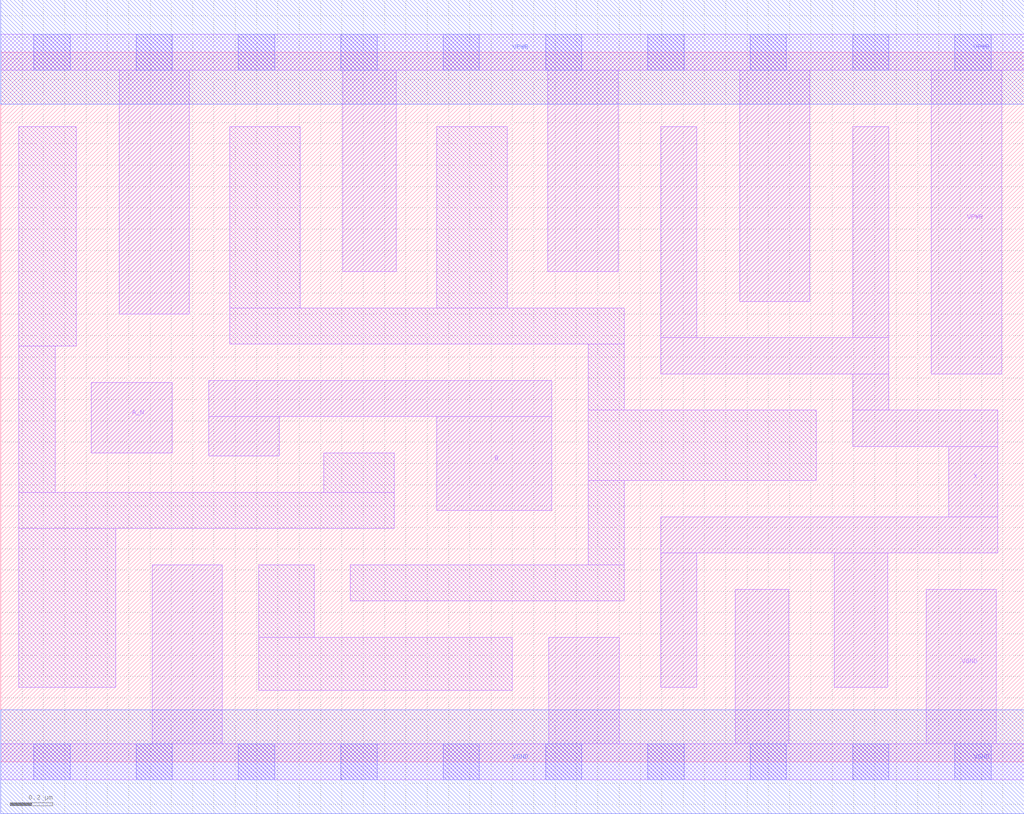
<source format=lef>
# Copyright 2020 The SkyWater PDK Authors
#
# Licensed under the Apache License, Version 2.0 (the "License");
# you may not use this file except in compliance with the License.
# You may obtain a copy of the License at
#
#     https://www.apache.org/licenses/LICENSE-2.0
#
# Unless required by applicable law or agreed to in writing, software
# distributed under the License is distributed on an "AS IS" BASIS,
# WITHOUT WARRANTIES OR CONDITIONS OF ANY KIND, either express or implied.
# See the License for the specific language governing permissions and
# limitations under the License.
#
# SPDX-License-Identifier: Apache-2.0

VERSION 5.7 ;
  NAMESCASESENSITIVE ON ;
  NOWIREEXTENSIONATPIN ON ;
  DIVIDERCHAR "/" ;
  BUSBITCHARS "[]" ;
UNITS
  DATABASE MICRONS 200 ;
END UNITS
MACRO sky130_fd_sc_hs__and2b_4
  CLASS CORE ;
  SOURCE USER ;
  FOREIGN sky130_fd_sc_hs__and2b_4 ;
  ORIGIN  0.000000  0.000000 ;
  SIZE  4.800000 BY  3.330000 ;
  SYMMETRY X Y ;
  SITE unit ;
  PIN A_N
    ANTENNAGATEAREA  0.246000 ;
    DIRECTION INPUT ;
    USE SIGNAL ;
    PORT
      LAYER li1 ;
        RECT 0.425000 1.450000 0.805000 1.780000 ;
    END
  END A_N
  PIN B
    ANTENNAGATEAREA  0.444000 ;
    DIRECTION INPUT ;
    USE SIGNAL ;
    PORT
      LAYER li1 ;
        RECT 0.975000 1.435000 1.305000 1.620000 ;
        RECT 0.975000 1.620000 2.585000 1.790000 ;
        RECT 2.045000 1.180000 2.585000 1.620000 ;
    END
  END B
  PIN X
    ANTENNADIFFAREA  1.093800 ;
    DIRECTION OUTPUT ;
    USE SIGNAL ;
    PORT
      LAYER li1 ;
        RECT 3.095000 0.350000 3.265000 0.980000 ;
        RECT 3.095000 0.980000 4.675000 1.150000 ;
        RECT 3.095000 1.820000 4.165000 1.990000 ;
        RECT 3.095000 1.990000 3.265000 2.980000 ;
        RECT 3.910000 0.350000 4.160000 0.980000 ;
        RECT 3.995000 1.480000 4.675000 1.650000 ;
        RECT 3.995000 1.650000 4.165000 1.820000 ;
        RECT 3.995000 1.990000 4.165000 2.980000 ;
        RECT 4.445000 1.150000 4.675000 1.480000 ;
    END
  END X
  PIN VGND
    DIRECTION INOUT ;
    USE GROUND ;
    PORT
      LAYER li1 ;
        RECT 0.000000 -0.085000 4.800000 0.085000 ;
        RECT 0.710000  0.085000 1.040000 0.925000 ;
        RECT 2.570000  0.085000 2.900000 0.585000 ;
        RECT 3.445000  0.085000 3.695000 0.810000 ;
        RECT 4.340000  0.085000 4.670000 0.810000 ;
      LAYER mcon ;
        RECT 0.155000 -0.085000 0.325000 0.085000 ;
        RECT 0.635000 -0.085000 0.805000 0.085000 ;
        RECT 1.115000 -0.085000 1.285000 0.085000 ;
        RECT 1.595000 -0.085000 1.765000 0.085000 ;
        RECT 2.075000 -0.085000 2.245000 0.085000 ;
        RECT 2.555000 -0.085000 2.725000 0.085000 ;
        RECT 3.035000 -0.085000 3.205000 0.085000 ;
        RECT 3.515000 -0.085000 3.685000 0.085000 ;
        RECT 3.995000 -0.085000 4.165000 0.085000 ;
        RECT 4.475000 -0.085000 4.645000 0.085000 ;
      LAYER met1 ;
        RECT 0.000000 -0.245000 4.800000 0.245000 ;
    END
  END VGND
  PIN VPWR
    DIRECTION INOUT ;
    USE POWER ;
    PORT
      LAYER li1 ;
        RECT 0.000000 3.245000 4.800000 3.415000 ;
        RECT 0.555000 2.100000 0.885000 3.245000 ;
        RECT 1.605000 2.300000 1.855000 3.245000 ;
        RECT 2.565000 2.300000 2.895000 3.245000 ;
        RECT 3.465000 2.160000 3.795000 3.245000 ;
        RECT 4.365000 1.820000 4.695000 3.245000 ;
      LAYER mcon ;
        RECT 0.155000 3.245000 0.325000 3.415000 ;
        RECT 0.635000 3.245000 0.805000 3.415000 ;
        RECT 1.115000 3.245000 1.285000 3.415000 ;
        RECT 1.595000 3.245000 1.765000 3.415000 ;
        RECT 2.075000 3.245000 2.245000 3.415000 ;
        RECT 2.555000 3.245000 2.725000 3.415000 ;
        RECT 3.035000 3.245000 3.205000 3.415000 ;
        RECT 3.515000 3.245000 3.685000 3.415000 ;
        RECT 3.995000 3.245000 4.165000 3.415000 ;
        RECT 4.475000 3.245000 4.645000 3.415000 ;
      LAYER met1 ;
        RECT 0.000000 3.085000 4.800000 3.575000 ;
    END
  END VPWR
  OBS
    LAYER li1 ;
      RECT 0.085000 0.350000 0.540000 1.095000 ;
      RECT 0.085000 1.095000 1.845000 1.265000 ;
      RECT 0.085000 1.265000 0.255000 1.950000 ;
      RECT 0.085000 1.950000 0.355000 2.980000 ;
      RECT 1.075000 1.960000 2.925000 2.130000 ;
      RECT 1.075000 2.130000 1.405000 2.980000 ;
      RECT 1.210000 0.335000 2.400000 0.585000 ;
      RECT 1.210000 0.585000 1.470000 0.925000 ;
      RECT 1.515000 1.265000 1.845000 1.450000 ;
      RECT 1.640000 0.755000 2.925000 0.925000 ;
      RECT 2.045000 2.130000 2.375000 2.980000 ;
      RECT 2.755000 0.925000 2.925000 1.320000 ;
      RECT 2.755000 1.320000 3.825000 1.650000 ;
      RECT 2.755000 1.650000 2.925000 1.960000 ;
  END
END sky130_fd_sc_hs__and2b_4

</source>
